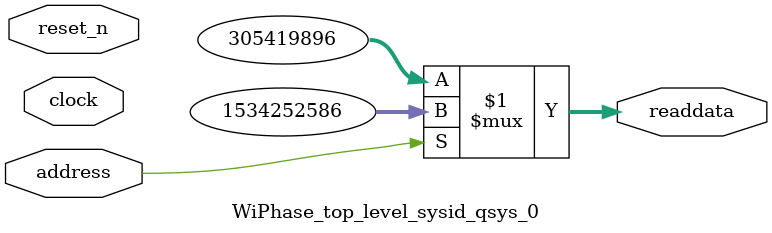
<source format=v>



// synthesis translate_off
`timescale 1ns / 1ps
// synthesis translate_on

// turn off superfluous verilog processor warnings 
// altera message_level Level1 
// altera message_off 10034 10035 10036 10037 10230 10240 10030 

module WiPhase_top_level_sysid_qsys_0 (
               // inputs:
                address,
                clock,
                reset_n,

               // outputs:
                readdata
             )
;

  output  [ 31: 0] readdata;
  input            address;
  input            clock;
  input            reset_n;

  wire    [ 31: 0] readdata;
  //control_slave, which is an e_avalon_slave
  assign readdata = address ? 1534252586 : 305419896;

endmodule



</source>
